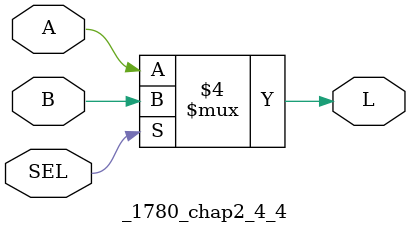
<source format=v>
module _1780_chap2_4_4(A, B, SEL, L);
input A, B, SEL;
output L;
reg L; //define register variable
always @(SEL or A or B)
if (SEL == 1) L = B; //也可以写成 if (SEL) L=B;
else L = A;
endmodule

</source>
